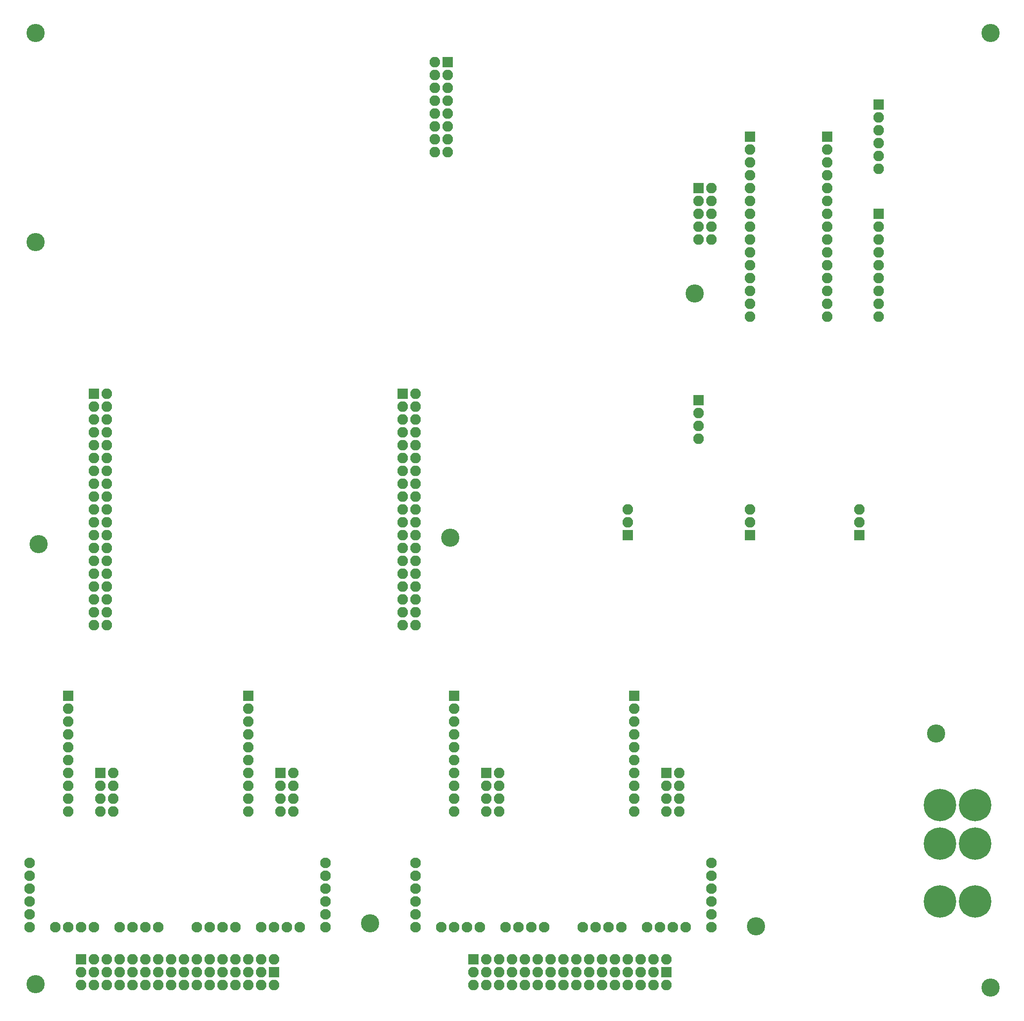
<source format=gbs>
G04 #@! TF.FileFunction,Soldermask,Bot*
%FSLAX46Y46*%
G04 Gerber Fmt 4.6, Leading zero omitted, Abs format (unit mm)*
G04 Created by KiCad (PCBNEW 4.0.6) date 06/10/17 13:14:14*
%MOMM*%
%LPD*%
G01*
G04 APERTURE LIST*
%ADD10C,0.100000*%
%ADD11R,2.100000X2.100000*%
%ADD12O,2.100000X2.100000*%
%ADD13C,2.100000*%
%ADD14C,6.400000*%
%ADD15C,3.600000*%
G04 APERTURE END LIST*
D10*
D11*
X148082000Y-184912000D03*
D12*
X148082000Y-187452000D03*
X148082000Y-189992000D03*
X148082000Y-192532000D03*
X148082000Y-195072000D03*
X148082000Y-197612000D03*
X148082000Y-200152000D03*
X148082000Y-202692000D03*
X148082000Y-205232000D03*
X148082000Y-207772000D03*
D11*
X183642000Y-184912000D03*
D12*
X183642000Y-187452000D03*
X183642000Y-189992000D03*
X183642000Y-192532000D03*
X183642000Y-195072000D03*
X183642000Y-197612000D03*
X183642000Y-200152000D03*
X183642000Y-202692000D03*
X183642000Y-205232000D03*
X183642000Y-207772000D03*
D11*
X107442000Y-184912000D03*
D12*
X107442000Y-187452000D03*
X107442000Y-189992000D03*
X107442000Y-192532000D03*
X107442000Y-195072000D03*
X107442000Y-197612000D03*
X107442000Y-200152000D03*
X107442000Y-202692000D03*
X107442000Y-205232000D03*
X107442000Y-207772000D03*
D11*
X71882000Y-184912000D03*
D12*
X71882000Y-187452000D03*
X71882000Y-189992000D03*
X71882000Y-192532000D03*
X71882000Y-195072000D03*
X71882000Y-197612000D03*
X71882000Y-200152000D03*
X71882000Y-202692000D03*
X71882000Y-205232000D03*
X71882000Y-207772000D03*
D11*
X221742000Y-74422000D03*
D12*
X221742000Y-76962000D03*
X221742000Y-79502000D03*
X221742000Y-82042000D03*
X221742000Y-84582000D03*
X221742000Y-87122000D03*
X221742000Y-89662000D03*
X221742000Y-92202000D03*
X221742000Y-94742000D03*
X221742000Y-97282000D03*
X221742000Y-99822000D03*
X221742000Y-102362000D03*
X221742000Y-104902000D03*
X221742000Y-107442000D03*
X221742000Y-109982000D03*
D11*
X231902000Y-68072000D03*
D12*
X231902000Y-70612000D03*
X231902000Y-73152000D03*
X231902000Y-75692000D03*
X231902000Y-78232000D03*
X231902000Y-80772000D03*
D11*
X231902000Y-89662000D03*
D12*
X231902000Y-92202000D03*
X231902000Y-94742000D03*
X231902000Y-97282000D03*
X231902000Y-99822000D03*
X231902000Y-102362000D03*
X231902000Y-104902000D03*
X231902000Y-107442000D03*
X231902000Y-109982000D03*
D11*
X206502000Y-74422000D03*
D12*
X206502000Y-76962000D03*
X206502000Y-79502000D03*
X206502000Y-82042000D03*
X206502000Y-84582000D03*
X206502000Y-87122000D03*
X206502000Y-89662000D03*
X206502000Y-92202000D03*
X206502000Y-94742000D03*
X206502000Y-97282000D03*
X206502000Y-99822000D03*
X206502000Y-102362000D03*
X206502000Y-104902000D03*
X206502000Y-107442000D03*
X206502000Y-109982000D03*
D11*
X146812000Y-59690000D03*
D12*
X144272000Y-59690000D03*
X146812000Y-62230000D03*
X144272000Y-62230000D03*
X146812000Y-64770000D03*
X144272000Y-64770000D03*
X146812000Y-67310000D03*
X144272000Y-67310000D03*
X146812000Y-69850000D03*
X144272000Y-69850000D03*
X146812000Y-72390000D03*
X144272000Y-72390000D03*
X146812000Y-74930000D03*
X144272000Y-74930000D03*
X146812000Y-77470000D03*
X144272000Y-77470000D03*
D11*
X189992000Y-239522000D03*
D12*
X189992000Y-242062000D03*
X187452000Y-239522000D03*
X187452000Y-242062000D03*
X184912000Y-239522000D03*
X184912000Y-242062000D03*
X182372000Y-239522000D03*
X182372000Y-242062000D03*
X179832000Y-239522000D03*
X179832000Y-242062000D03*
X177292000Y-239522000D03*
X177292000Y-242062000D03*
X174752000Y-239522000D03*
X174752000Y-242062000D03*
X172212000Y-239522000D03*
X172212000Y-242062000D03*
X169672000Y-239522000D03*
X169672000Y-242062000D03*
X167132000Y-239522000D03*
X167132000Y-242062000D03*
X164592000Y-239522000D03*
X164592000Y-242062000D03*
X162052000Y-239522000D03*
X162052000Y-242062000D03*
X159512000Y-239522000D03*
X159512000Y-242062000D03*
X156972000Y-239522000D03*
X156972000Y-242062000D03*
X154432000Y-239522000D03*
X154432000Y-242062000D03*
X151892000Y-239522000D03*
X151892000Y-242062000D03*
D13*
X140462000Y-230632000D03*
X145542000Y-230632000D03*
X148082000Y-230632000D03*
X150622000Y-230632000D03*
X153162000Y-230632000D03*
X158242000Y-230632000D03*
X160782000Y-230632000D03*
X163322000Y-230632000D03*
X165862000Y-230632000D03*
X173482000Y-230632000D03*
X176022000Y-230632000D03*
X178562000Y-230632000D03*
X181102000Y-230632000D03*
X186182000Y-230632000D03*
X188722000Y-230632000D03*
X191262000Y-230632000D03*
X140462000Y-228092000D03*
X140462000Y-225552000D03*
X140462000Y-223012000D03*
X140462000Y-220472000D03*
X140462000Y-217932000D03*
X193802000Y-230632000D03*
X198882000Y-230632000D03*
X198882000Y-228092000D03*
X198882000Y-225552000D03*
X198882000Y-223012000D03*
X198882000Y-220472000D03*
X198882000Y-217932000D03*
X64262000Y-230632000D03*
X69342000Y-230632000D03*
X71882000Y-230632000D03*
X74422000Y-230632000D03*
X76962000Y-230632000D03*
X82042000Y-230632000D03*
X84582000Y-230632000D03*
X87122000Y-230632000D03*
X89662000Y-230632000D03*
X97282000Y-230632000D03*
X99822000Y-230632000D03*
X102362000Y-230632000D03*
X104902000Y-230632000D03*
X109982000Y-230632000D03*
X112522000Y-230632000D03*
X115062000Y-230632000D03*
X64262000Y-228092000D03*
X64262000Y-225552000D03*
X64262000Y-223012000D03*
X64262000Y-220472000D03*
X64262000Y-217932000D03*
X117602000Y-230632000D03*
X122682000Y-230632000D03*
X122682000Y-228092000D03*
X122682000Y-225552000D03*
X122682000Y-223012000D03*
X122682000Y-220472000D03*
X122682000Y-217932000D03*
D11*
X196342000Y-84582000D03*
D12*
X198882000Y-84582000D03*
X196342000Y-87122000D03*
X198882000Y-87122000D03*
X196342000Y-89662000D03*
X198882000Y-89662000D03*
X196342000Y-92202000D03*
X198882000Y-92202000D03*
X196342000Y-94742000D03*
X198882000Y-94742000D03*
D14*
X250952000Y-225552000D03*
X243952000Y-225552000D03*
X250952000Y-214122000D03*
X243952000Y-214122000D03*
D11*
X228092000Y-153162000D03*
D12*
X228092000Y-150622000D03*
X228092000Y-148082000D03*
D11*
X196342000Y-126492000D03*
D12*
X196342000Y-129032000D03*
X196342000Y-131572000D03*
X196342000Y-134112000D03*
D11*
X206502000Y-153162000D03*
D12*
X206502000Y-150622000D03*
X206502000Y-148082000D03*
D11*
X182372000Y-153162000D03*
D12*
X182372000Y-150622000D03*
X182372000Y-148082000D03*
D11*
X154432000Y-200152000D03*
D12*
X156972000Y-200152000D03*
X154432000Y-202692000D03*
X156972000Y-202692000D03*
X154432000Y-205232000D03*
X156972000Y-205232000D03*
X154432000Y-207772000D03*
X156972000Y-207772000D03*
D14*
X250952000Y-206502000D03*
X243952000Y-206502000D03*
D11*
X151892000Y-236982000D03*
D12*
X154432000Y-236982000D03*
X156972000Y-236982000D03*
X159512000Y-236982000D03*
X162052000Y-236982000D03*
X164592000Y-236982000D03*
X167132000Y-236982000D03*
X169672000Y-236982000D03*
X172212000Y-236982000D03*
X174752000Y-236982000D03*
X177292000Y-236982000D03*
X179832000Y-236982000D03*
X182372000Y-236982000D03*
X184912000Y-236982000D03*
X187452000Y-236982000D03*
X189992000Y-236982000D03*
D11*
X189992000Y-200152000D03*
D12*
X192532000Y-200152000D03*
X189992000Y-202692000D03*
X192532000Y-202692000D03*
X189992000Y-205232000D03*
X192532000Y-205232000D03*
X189992000Y-207772000D03*
X192532000Y-207772000D03*
D11*
X74422000Y-236982000D03*
D12*
X76962000Y-236982000D03*
X79502000Y-236982000D03*
X82042000Y-236982000D03*
X84582000Y-236982000D03*
X87122000Y-236982000D03*
X89662000Y-236982000D03*
X92202000Y-236982000D03*
X94742000Y-236982000D03*
X97282000Y-236982000D03*
X99822000Y-236982000D03*
X102362000Y-236982000D03*
X104902000Y-236982000D03*
X107442000Y-236982000D03*
X109982000Y-236982000D03*
X112522000Y-236982000D03*
D11*
X113792000Y-200152000D03*
D12*
X116332000Y-200152000D03*
X113792000Y-202692000D03*
X116332000Y-202692000D03*
X113792000Y-205232000D03*
X116332000Y-205232000D03*
X113792000Y-207772000D03*
X116332000Y-207772000D03*
D11*
X78232000Y-200152000D03*
D12*
X80772000Y-200152000D03*
X78232000Y-202692000D03*
X80772000Y-202692000D03*
X78232000Y-205232000D03*
X80772000Y-205232000D03*
X78232000Y-207772000D03*
X80772000Y-207772000D03*
D11*
X112522000Y-239522000D03*
D12*
X112522000Y-242062000D03*
X109982000Y-239522000D03*
X109982000Y-242062000D03*
X107442000Y-239522000D03*
X107442000Y-242062000D03*
X104902000Y-239522000D03*
X104902000Y-242062000D03*
X102362000Y-239522000D03*
X102362000Y-242062000D03*
X99822000Y-239522000D03*
X99822000Y-242062000D03*
X97282000Y-239522000D03*
X97282000Y-242062000D03*
X94742000Y-239522000D03*
X94742000Y-242062000D03*
X92202000Y-239522000D03*
X92202000Y-242062000D03*
X89662000Y-239522000D03*
X89662000Y-242062000D03*
X87122000Y-239522000D03*
X87122000Y-242062000D03*
X84582000Y-239522000D03*
X84582000Y-242062000D03*
X82042000Y-239522000D03*
X82042000Y-242062000D03*
X79502000Y-239522000D03*
X79502000Y-242062000D03*
X76962000Y-239522000D03*
X76962000Y-242062000D03*
X74422000Y-239522000D03*
X74422000Y-242062000D03*
D11*
X137922000Y-125222000D03*
D12*
X140462000Y-125222000D03*
X137922000Y-127762000D03*
X140462000Y-127762000D03*
X137922000Y-130302000D03*
X140462000Y-130302000D03*
X137922000Y-132842000D03*
X140462000Y-132842000D03*
X137922000Y-135382000D03*
X140462000Y-135382000D03*
X137922000Y-137922000D03*
X140462000Y-137922000D03*
X137922000Y-140462000D03*
X140462000Y-140462000D03*
X137922000Y-143002000D03*
X140462000Y-143002000D03*
X137922000Y-145542000D03*
X140462000Y-145542000D03*
X137922000Y-148082000D03*
X140462000Y-148082000D03*
X137922000Y-150622000D03*
X140462000Y-150622000D03*
X137922000Y-153162000D03*
X140462000Y-153162000D03*
X137922000Y-155702000D03*
X140462000Y-155702000D03*
X137922000Y-158242000D03*
X140462000Y-158242000D03*
X137922000Y-160782000D03*
X140462000Y-160782000D03*
X137922000Y-163322000D03*
X140462000Y-163322000D03*
X137922000Y-165862000D03*
X140462000Y-165862000D03*
X137922000Y-168402000D03*
X140462000Y-168402000D03*
X137922000Y-170942000D03*
X140462000Y-170942000D03*
D11*
X76962000Y-125222000D03*
D12*
X79502000Y-125222000D03*
X76962000Y-127762000D03*
X79502000Y-127762000D03*
X76962000Y-130302000D03*
X79502000Y-130302000D03*
X76962000Y-132842000D03*
X79502000Y-132842000D03*
X76962000Y-135382000D03*
X79502000Y-135382000D03*
X76962000Y-137922000D03*
X79502000Y-137922000D03*
X76962000Y-140462000D03*
X79502000Y-140462000D03*
X76962000Y-143002000D03*
X79502000Y-143002000D03*
X76962000Y-145542000D03*
X79502000Y-145542000D03*
X76962000Y-148082000D03*
X79502000Y-148082000D03*
X76962000Y-150622000D03*
X79502000Y-150622000D03*
X76962000Y-153162000D03*
X79502000Y-153162000D03*
X76962000Y-155702000D03*
X79502000Y-155702000D03*
X76962000Y-158242000D03*
X79502000Y-158242000D03*
X76962000Y-160782000D03*
X79502000Y-160782000D03*
X76962000Y-163322000D03*
X79502000Y-163322000D03*
X76962000Y-165862000D03*
X79502000Y-165862000D03*
X76962000Y-168402000D03*
X79502000Y-168402000D03*
X76962000Y-170942000D03*
X79502000Y-170942000D03*
D15*
X254000000Y-242570000D03*
X254000000Y-53975000D03*
X65405000Y-53975000D03*
X65405000Y-95250000D03*
X65405000Y-241935000D03*
X66040000Y-154940000D03*
X147320000Y-153670000D03*
X195580000Y-105410000D03*
X131445000Y-229870000D03*
X243205000Y-192405000D03*
X207645000Y-230505000D03*
M02*

</source>
